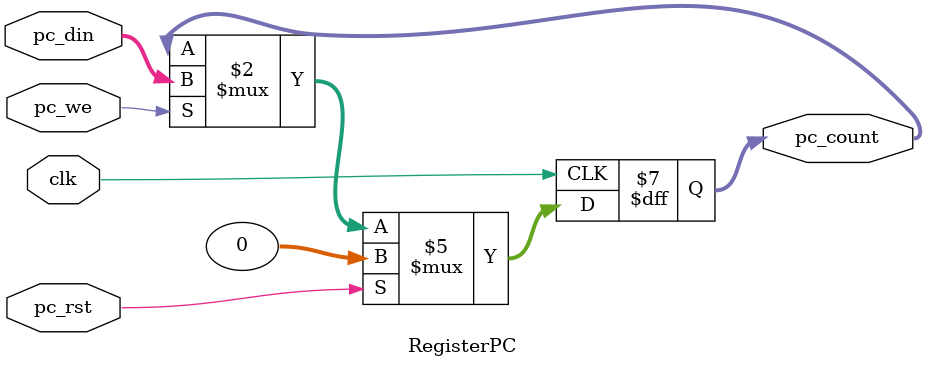
<source format=sv>
`timescale 1ns / 1ps


module RegisterPC(
    input logic clk, 
    input logic pc_rst, 
    input logic pc_we, 
    input logic [31:0] pc_din,
    output logic [31:0] pc_count
    ); 
    always_ff @(posedge clk) begin  
        if (pc_rst)
            pc_count <= 32'b0; //Reset PC to 0
        else if (pc_we)
            pc_count <= pc_din; //Load new value into PC
    end
endmodule

</source>
